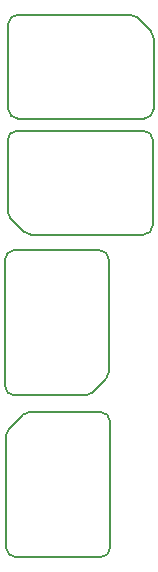
<source format=gbr>
G04 This is an RS-274x file exported by *
G04 gerbv version  *
G04 More information is available about gerbv at *
G04 https://gerbv.github.io/ *
G04 --End of header info--*
%MOIN*%
%FSLAX36Y36*%
%IPPOS*%
G04 --Define apertures--*
%ADD10C,0.0079*%
%ADD11C,0.0354*%
%ADD12C,0.0197*%
G04 --Start main section--*
G54D10*
G01X0080870Y1613230D02*
G01X0127400Y1566690D01*
G01X0062990Y1053150D02*
G01X0062990Y1474410D01*
G01X0409450Y1099650D02*
G01X0409450Y1474410D01*
G01X0094490Y1505910D02*
G01X0377950Y1505910D01*
G01X0094490Y1021650D02*
G01X0331460Y1021650D01*
G01X0413390Y0513780D02*
G01X0413390Y0935040D01*
G01X0144920Y0966540D02*
G01X0381890Y0966540D01*
G01X0122680Y0957320D02*
G01X0076140Y0910790D01*
G01X0066930Y0513780D02*
G01X0066930Y0888540D01*
G01X0098430Y0482280D02*
G01X0381890Y0482280D01*
G01X0353700Y1030870D02*
G01X0400240Y1077400D01*
G01X0105510Y1944490D02*
G01X0526770Y1944490D01*
G01X0074020Y2259450D02*
G01X0074020Y1975980D01*
G01X0103150Y1903940D02*
G01X0524410Y1903940D01*
G01X0071650Y1872440D02*
G01X0071650Y1635470D01*
G01X0558270Y1975980D02*
G01X0558270Y2212950D01*
G01X0549060Y2235200D02*
G01X0502520Y2281730D01*
G01X0480280Y2290940D02*
G01X0105510Y2290940D01*
G01X0149650Y1557480D02*
G01X0524410Y1557480D01*
G01X0555910Y1872440D02*
G01X0555910Y1588980D01*
G01X0105510Y2290940D02*
G75*
G03X0074020Y2259450I0000000J-031500D01*
G01X0074020Y1975980D02*
G75*
G03X0105510Y1944490I0031500J0000000D01*
G01X0103150Y1903940D02*
G75*
G03X0071650Y1872440I0000000J-031500D01*
G01X0127370Y1566710D02*
G75*
G03X0149650Y1557480I0022270J0022270D01*
G01X0071650Y1635470D02*
G75*
G03X0080880Y1613200I0031500J0000000D01*
G01X0094490Y1505910D02*
G75*
G03X0062990Y1474410I0000000J-031500D01*
G01X0526770Y1944490D02*
G75*
G03X0558270Y1975980I0000000J0031500D01*
G01X0558270Y2212950D02*
G75*
G03X0549040Y2235220I-031500J0000000D01*
G01X0502550Y2281720D02*
G75*
G03X0480280Y2290940I-022270J-022270D01*
G01X0524410Y1557480D02*
G75*
G03X0555910Y1588980I0000000J0031500D01*
G01X0409450Y1474410D02*
G75*
G03X0377950Y1505910I-031500J0000000D01*
G01X0555910Y1872440D02*
G75*
G03X0524410Y1903940I-031500J0000000D01*
G01X0062990Y1053150D02*
G75*
G03X0094490Y1021650I0031500J0000000D01*
G01X0144920Y0966540D02*
G75*
G03X0122650Y0957310I0000000J-031500D01*
G01X0076150Y0910810D02*
G75*
G03X0066930Y0888540I0022270J-022270D01*
G01X0066930Y0513780D02*
G75*
G03X0098430Y0482280I0031500J0000000D01*
G01X0331460Y1021650D02*
G75*
G03X0353730Y1030880I0000000J0031500D01*
G01X0400220Y1077370D02*
G75*
G03X0409450Y1099650I-022270J0022270D01*
G01X0413390Y0935040D02*
G75*
G03X0381890Y0966540I-031500J0000000D01*
G01X0381890Y0482280D02*
G75*
G03X0413390Y0513780I0000000J0031500D01*
M02*

</source>
